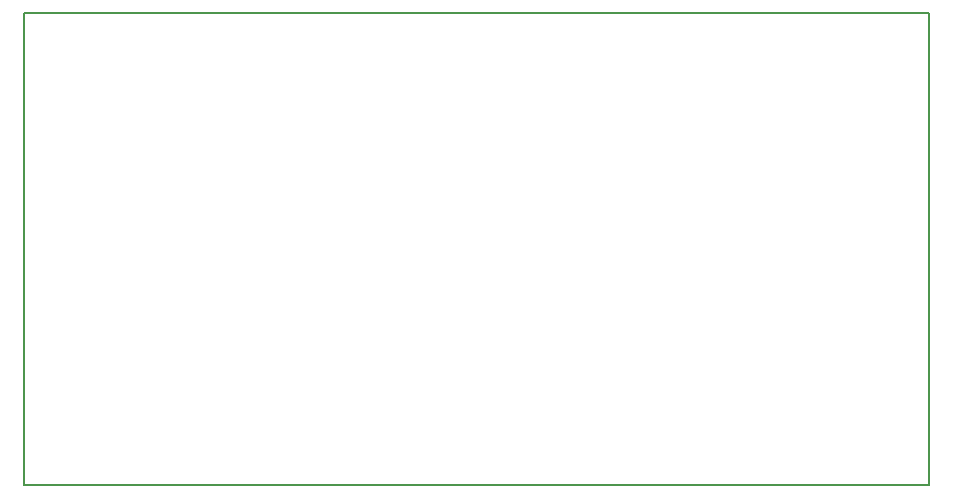
<source format=gbo>
G04 MADE WITH FRITZING*
G04 WWW.FRITZING.ORG*
G04 DOUBLE SIDED*
G04 HOLES PLATED*
G04 CONTOUR ON CENTER OF CONTOUR VECTOR*
%ASAXBY*%
%FSLAX23Y23*%
%MOIN*%
%OFA0B0*%
%SFA1.0B1.0*%
%ADD10R,3.026180X1.582310X3.010180X1.566310*%
%ADD11C,0.008000*%
%LNSILK0*%
G90*
G70*
G54D11*
X4Y1578D02*
X3022Y1578D01*
X3022Y4D01*
X4Y4D01*
X4Y1578D01*
D02*
G04 End of Silk0*
M02*
</source>
